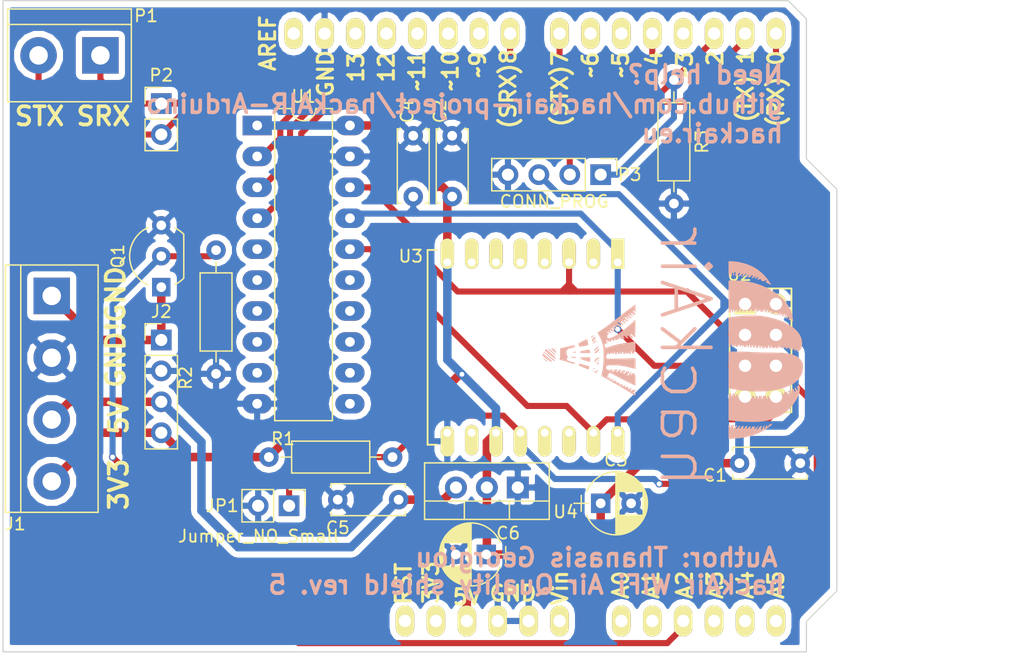
<source format=kicad_pcb>
(kicad_pcb (version 4) (host pcbnew 4.0.6)
  (title_block (title "HackAir Wifi Air Quality Shield for Arduino") (date 2017-04-04) (rev 5) (company "Thanasis Georgiou <contact@thgeorgiou.om>") (comment 1 "Part of the hackAIR project, available freely under the (CC BY 4.0) license.") (comment 3 "kicad0ESP8266 footprints & schematic by Jerry Dunmire, CC BY-SA 4.0") (comment 4 "Arduino Shield footprint by Nicholas C Lewis, CC BY 3.0"))
  (layers (0 F.Cu signal) (31 B.Cu signal) (34 B.Paste user) (35 F.Paste user) (36 B.SilkS user) (37 F.SilkS user) (38 B.Mask user) (39 F.Mask user) (44 Edge.Cuts user))
  (net 0 "")
  (net 1 +3V3)
  (net 2 GND)
  (net 3 /ESP_RST)
  (net 4 +5V)
  (net 5 "Net-(J1-Pad1)")
  (net 6 /SENSOR_RX)
  (net 7 /SENSOR_TX)
  (net 8 /MC_RST)
  (net 9 /MC_TX)
  (net 10 /ESP_TX)
  (net 11 /SW_GND_G)
  (net 12 /ESP_IO_0)
  (net 13 "Net-(SHIELD1-PadAD5)")
  (net 14 "Net-(SHIELD1-PadAD4)")
  (net 15 "Net-(SHIELD1-PadAD3)")
  (net 16 "Net-(SHIELD1-PadAD0)")
  (net 17 "Net-(SHIELD1-PadAD1)")
  (net 18 "Net-(SHIELD1-PadV_IN)")
  (net 19 "Net-(SHIELD1-Pad3V3)")
  (net 20 "Net-(SHIELD1-PadRST)")
  (net 21 "Net-(SHIELD1-Pad3)")
  (net 22 /MC_CS)
  (net 23 "Net-(SHIELD1-Pad5)")
  (net 24 "Net-(SHIELD1-Pad6)")
  (net 25 "Net-(SHIELD1-Pad9)")
  (net 26 "Net-(SHIELD1-Pad10)")
  (net 27 "Net-(SHIELD1-Pad11)")
  (net 28 "Net-(SHIELD1-Pad12)")
  (net 29 "Net-(SHIELD1-Pad13)")
  (net 30 "Net-(SHIELD1-PadAREF)")
  (net 31 "Net-(U1-Pad11)")
  (net 32 "Net-(U1-Pad12)")
  (net 33 "Net-(U1-Pad13)")
  (net 34 "Net-(U1-Pad14)")
  (net 35 "Net-(U1-Pad5)")
  (net 36 "Net-(U1-Pad15)")
  (net 37 "Net-(U1-Pad6)")
  (net 38 /ESP_RX)
  (net 39 "Net-(U1-Pad7)")
  (net 40 "Net-(U1-Pad8)")
  (net 41 /ESP_CS)
  (net 42 "Net-(U1-Pad9)")
  (net 43 "Net-(U3-Pad2)")
  (net 44 "Net-(U3-Pad4)")
  (net 45 "Net-(U3-Pad5)")
  (net 46 "Net-(U3-Pad6)")
  (net 47 "Net-(U3-Pad7)")
  (net 48 "Net-(U3-Pad10)")
  (net 49 "Net-(U3-Pad13)")
  (net 50 "Net-(U3-Pad14)")
  (module Capacitors_THT:C_Disc_D6.0mm_W2.5mm_P5.00mm (layer F.Cu) (at 209 89.5)
    (fp_text reference C1 (at -2 1) (layer F.SilkS))
    (fp_text value 10nF)
    (pad 1 thru_hole circle (at 0 0) (size 1.6 1.6) (drill 0.8) (layers *.Cu *.Mask) (net 1 +3V3))
    (pad 2 thru_hole circle (at 5 0) (size 1.6 1.6) (drill 0.8) (layers *.Cu *.Mask) (net 2 GND))
  )
  (module Capacitors_THT:C_Disc_D6.0mm_W2.5mm_P5.00mm (layer F.Cu) (at 185.4 67.6 90)
    (fp_text reference C2 (at 7 -1 90) (layer F.SilkS))
    (fp_text value 100nF)
    (pad 1 thru_hole circle (at 0 0 90) (size 1.6 1.6) (drill 0.8) (layers *.Cu *.Mask) (net 1 +3V3))
    (pad 2 thru_hole circle (at 5 0 90) (size 1.6 1.6) (drill 0.8) (layers *.Cu *.Mask) (net 2 GND))
  )
  (module Capacitors_THT:CP_Radial_D5.0mm_P2.50mm (layer F.Cu) (at 197.6 92.8)
    (fp_text reference C3 (at 1.25 -3.56) (layer F.SilkS))
    (fp_text value 10uF)
    (pad 1 thru_hole rect (at 0 0) (size 1.6 1.6) (drill 0.8) (layers *.Cu *.Mask) (net 1 +3V3))
    (pad 2 thru_hole circle (at 2.5 0) (size 1.6 1.6) (drill 0.8) (layers *.Cu *.Mask) (net 2 GND))
  )
  (module Capacitors_THT:C_Disc_D6.0mm_W2.5mm_P5.00mm (layer F.Cu) (at 182.2 67.6 90)
    (fp_text reference C4 (at 7 -0.5 90) (layer F.SilkS))
    (fp_text value 10nF)
    (pad 1 thru_hole circle (at 0 0 90) (size 1.6 1.6) (drill 0.8) (layers *.Cu *.Mask) (net 3 /ESP_RST))
    (pad 2 thru_hole circle (at 5 0 90) (size 1.6 1.6) (drill 0.8) (layers *.Cu *.Mask) (net 2 GND))
  )
  (module Capacitors_THT:C_Disc_D6.0mm_W2.5mm_P5.00mm (layer F.Cu) (at 181 92.5 180)
    (fp_text reference C5 (at 5 -2.31 180) (layer F.SilkS))
    (fp_text value 100nF)
    (pad 1 thru_hole circle (at 0 0 180) (size 1.6 1.6) (drill 0.8) (layers *.Cu *.Mask) (net 4 +5V))
    (pad 2 thru_hole circle (at 5 0 180) (size 1.6 1.6) (drill 0.8) (layers *.Cu *.Mask) (net 2 GND))
  )
  (module Capacitors_THT:CP_Radial_D5.0mm_P2.50mm (layer F.Cu) (at 188.2 97 180)
    (fp_text reference C6 (at -1.8 1.75 180) (layer F.SilkS))
    (fp_text value 10uF)
    (pad 1 thru_hole rect (at 0 0 180) (size 1.6 1.6) (drill 0.8) (layers *.Cu *.Mask) (net 1 +3V3))
    (pad 2 thru_hole circle (at 2.5 0 180) (size 1.6 1.6) (drill 0.8) (layers *.Cu *.Mask) (net 2 GND))
  )
  (module Connectors:bornier4 (layer F.Cu) (at 152.5 75.76 270)
    (fp_text reference J1 (at 18.74 3 360) (layer F.SilkS))
    (fp_text value CONN_POWER hide)
    (pad 2 thru_hole circle (at 5.08 0 270) (size 3 3) (drill 1.52) (layers *.Cu *.Mask) (net 2 GND))
    (pad 3 thru_hole circle (at 10.16 0 270) (size 3 3) (drill 1.52) (layers *.Cu *.Mask) (net 4 +5V))
    (pad 1 thru_hole rect (at 0 0 270) (size 3 3) (drill 1.52) (layers *.Cu *.Mask) (net 5 "Net-(J1-Pad1)"))
    (pad 4 thru_hole circle (at 15.24 0 270) (size 3 3) (drill 1.52) (layers *.Cu *.Mask) (net 1 +3V3))
  )
  (module Pin_Headers:Pin_Header_Straight_1x04_Pitch2.54mm (layer F.Cu) (at 161.5 79.38)
    (fp_text reference J2 (at 0 -2.33) (layer F.SilkS))
    (fp_text value CONN_POWER_H hide)
    (pad 1 thru_hole rect (at 0 0) (size 1.7 1.7) (drill 1) (layers *.Cu *.Mask) (net 5 "Net-(J1-Pad1)"))
    (pad 2 thru_hole oval (at 0 2.54) (size 1.7 1.7) (drill 1) (layers *.Cu *.Mask) (net 2 GND))
    (pad 3 thru_hole oval (at 0 5.08) (size 1.7 1.7) (drill 1) (layers *.Cu *.Mask) (net 4 +5V))
    (pad 4 thru_hole oval (at 0 7.62) (size 1.7 1.7) (drill 1) (layers *.Cu *.Mask) (net 1 +3V3))
  )
  (module Connectors:bornier2 (layer F.Cu) (at 156.5 56 180)
    (fp_text reference P1 (at -3.75 3.25 180) (layer F.SilkS))
    (fp_text value CONN_SENSOR_SERIAL hide)
    (pad 1 thru_hole rect (at 0 0 180) (size 3 3) (drill 1.52) (layers *.Cu *.Mask) (net 6 /SENSOR_RX))
    (pad 2 thru_hole circle (at 5.08 0 180) (size 3 3) (drill 1.52) (layers *.Cu *.Mask) (net 7 /SENSOR_TX))
  )
  (module Pin_Headers:Pin_Header_Straight_1x02_Pitch2.54mm (layer F.Cu) (at 161.5 59.96)
    (fp_text reference P2 (at 0 -2.33) (layer F.SilkS))
    (fp_text value CONN_SENSOR_SERIAL_H hide)
    (pad 1 thru_hole rect (at 0 0) (size 1.7 1.7) (drill 1) (layers *.Cu *.Mask) (net 6 /SENSOR_RX))
    (pad 2 thru_hole oval (at 0 2.54) (size 1.7 1.7) (drill 1) (layers *.Cu *.Mask) (net 7 /SENSOR_TX))
  )
  (module Pin_Headers:Pin_Header_Straight_1x04_Pitch2.54mm (layer F.Cu) (at 197.6 65.8 270)
    (fp_text reference P3 (at 0 -2.38 360) (layer F.SilkS))
    (fp_text value CONN_PROG (at 2.2 3.82 360) (layer F.SilkS))
    (pad 1 thru_hole rect (at 0 0 270) (size 1.7 1.7) (drill 1) (layers *.Cu *.Mask) (net 8 /MC_RST))
    (pad 2 thru_hole oval (at 0 2.54 270) (size 1.7 1.7) (drill 1) (layers *.Cu *.Mask) (net 9 /MC_TX))
    (pad 3 thru_hole oval (at 0 5.08 270) (size 1.7 1.7) (drill 1) (layers *.Cu *.Mask) (net 10 /ESP_TX))
    (pad 4 thru_hole oval (at 0 7.62 270) (size 1.7 1.7) (drill 1) (layers *.Cu *.Mask) (net 2 GND))
  )
  (module TO_SOT_Packages_THT:TO-92_Inline_Wide (layer F.Cu) (at 161.5 75.04 90)
    (fp_text reference Q1 (at 2.54 -3.56 270) (layer F.SilkS))
    (fp_text value ZVN4206A)
    (pad 2 thru_hole circle (at 2.54 0 180) (size 1.52 1.52) (drill 0.8) (layers *.Cu *.Mask) (net 11 /SW_GND_G))
    (pad 3 thru_hole circle (at 5.08 0 180) (size 1.52 1.52) (drill 0.8) (layers *.Cu *.Mask) (net 2 GND))
    (pad 1 thru_hole rect (at 0 0 180) (size 1.52 1.52) (drill 0.8) (layers *.Cu *.Mask) (net 5 "Net-(J1-Pad1)"))
  )
  (module Resistors_THT:R_Axial_DIN0207_L6.3mm_D2.5mm_P10.16mm_Horizontal (layer F.Cu) (at 180.5 89 180)
    (fp_text reference R1 (at 9 1.5 180) (layer F.SilkS))
    (fp_text value 1K)
    (pad 1 thru_hole circle (at 0 0 180) (size 1.6 1.6) (drill 0.8) (layers *.Cu *.Mask) (net 12 /ESP_IO_0))
    (pad 2 thru_hole oval (at 10.16 0 180) (size 1.6 1.6) (drill 0.8) (layers *.Cu *.Mask) (net 1 +3V3))
  )
  (module arduino_shields:ARDUINO_SHIELD_2_040pins (layer F.Cu) (at 148.5011 105.0036)
    (fp_text reference SHIELD1 hide)
    (fp_text value ARDUINO_SHIELD hide)
    (pad AD5 thru_hole oval (at 63.5 -2.54 90) (size 2.54 1.524) (drill 1.016) (layers *.Cu *.Mask F.SilkS) (net 13 "Net-(SHIELD1-PadAD5)"))
    (pad AD4 thru_hole oval (at 60.96 -2.54 90) (size 2.54 1.524) (drill 1.016) (layers *.Cu *.Mask F.SilkS) (net 14 "Net-(SHIELD1-PadAD4)"))
    (pad AD3 thru_hole oval (at 58.42 -2.54 90) (size 2.54 1.524) (drill 1.016) (layers *.Cu *.Mask F.SilkS) (net 15 "Net-(SHIELD1-PadAD3)"))
    (pad AD0 thru_hole oval (at 50.8 -2.54 90) (size 2.54 1.524) (drill 1.016) (layers *.Cu *.Mask F.SilkS) (net 16 "Net-(SHIELD1-PadAD0)"))
    (pad AD1 thru_hole oval (at 53.34 -2.54 90) (size 2.54 1.524) (drill 1.016) (layers *.Cu *.Mask F.SilkS) (net 17 "Net-(SHIELD1-PadAD1)"))
    (pad AD2 thru_hole oval (at 55.88 -2.54 90) (size 2.54 1.524) (drill 1.016) (layers *.Cu *.Mask F.SilkS) (net 11 /SW_GND_G))
    (pad V_IN thru_hole oval (at 45.72 -2.54 90) (size 2.54 1.524) (drill 1.016) (layers *.Cu *.Mask F.SilkS) (net 18 "Net-(SHIELD1-PadV_IN)"))
    (pad GND2 thru_hole oval (at 43.18 -2.54 90) (size 2.54 1.524) (drill 1.016) (layers *.Cu *.Mask F.SilkS) (net 2 GND))
    (pad GND1 thru_hole oval (at 40.64 -2.54 90) (size 2.54 1.524) (drill 1.016) (layers *.Cu *.Mask F.SilkS) (net 2 GND))
    (pad 3V3 thru_hole oval (at 35.56 -2.54 90) (size 2.54 1.524) (drill 1.016) (layers *.Cu *.Mask F.SilkS) (net 19 "Net-(SHIELD1-Pad3V3)"))
    (pad RST thru_hole oval (at 33.02 -2.54 90) (size 2.54 1.524) (drill 1.016) (layers *.Cu *.Mask F.SilkS) (net 20 "Net-(SHIELD1-PadRST)"))
    (pad 0 thru_hole oval (at 63.5 -50.8 90) (size 2.54 1.524) (drill 1.016) (layers *.Cu *.Mask F.SilkS) (net 10 /ESP_TX))
    (pad 1 thru_hole oval (at 60.96 -50.8 90) (size 2.54 1.524) (drill 1.016) (layers *.Cu *.Mask F.SilkS) (net 9 /MC_TX))
    (pad 2 thru_hole oval (at 58.42 -50.8 90) (size 2.54 1.524) (drill 1.016) (layers *.Cu *.Mask F.SilkS) (net 8 /MC_RST))
    (pad 3 thru_hole oval (at 55.88 -50.8 90) (size 2.54 1.524) (drill 1.016) (layers *.Cu *.Mask F.SilkS) (net 21 "Net-(SHIELD1-Pad3)"))
    (pad 4 thru_hole oval (at 53.34 -50.8 90) (size 2.54 1.524) (drill 1.016) (layers *.Cu *.Mask F.SilkS) (net 22 /MC_CS))
    (pad 5 thru_hole oval (at 50.8 -50.8 90) (size 2.54 1.524) (drill 1.016) (layers *.Cu *.Mask F.SilkS) (net 23 "Net-(SHIELD1-Pad5)"))
    (pad 6 thru_hole oval (at 48.26 -50.8 90) (size 2.54 1.524) (drill 1.016) (layers *.Cu *.Mask F.SilkS) (net 24 "Net-(SHIELD1-Pad6)"))
    (pad 7 thru_hole oval (at 45.72 -50.8 90) (size 2.54 1.524) (drill 1.016) (layers *.Cu *.Mask F.SilkS) (net 7 /SENSOR_TX))
    (pad 8 thru_hole oval (at 41.656 -50.8 90) (size 2.54 1.524) (drill 1.016) (layers *.Cu *.Mask F.SilkS) (net 6 /SENSOR_RX))
    (pad 9 thru_hole oval (at 39.116 -50.8 90) (size 2.54 1.524) (drill 1.016) (layers *.Cu *.Mask F.SilkS) (net 25 "Net-(SHIELD1-Pad9)"))
    (pad 10 thru_hole oval (at 36.576 -50.8 90) (size 2.54 1.524) (drill 1.016) (layers *.Cu *.Mask F.SilkS) (net 26 "Net-(SHIELD1-Pad10)"))
    (pad 11 thru_hole oval (at 34.036 -50.8 90) (size 2.54 1.524) (drill 1.016) (layers *.Cu *.Mask F.SilkS) (net 27 "Net-(SHIELD1-Pad11)"))
    (pad 12 thru_hole oval (at 31.496 -50.8 90) (size 2.54 1.524) (drill 1.016) (layers *.Cu *.Mask F.SilkS) (net 28 "Net-(SHIELD1-Pad12)"))
    (pad 13 thru_hole oval (at 28.956 -50.8 90) (size 2.54 1.524) (drill 1.016) (layers *.Cu *.Mask F.SilkS) (net 29 "Net-(SHIELD1-Pad13)"))
    (pad GND3 thru_hole oval (at 26.416 -50.8 90) (size 2.54 1.524) (drill 1.016) (layers *.Cu *.Mask F.SilkS) (net 2 GND))
    (pad AREF thru_hole oval (at 23.876 -50.8 90) (size 2.54 1.524) (drill 1.016) (layers *.Cu *.Mask F.SilkS) (net 30 "Net-(SHIELD1-PadAREF)"))
    (pad 5V thru_hole oval (at 38.1 -2.54 90) (size 2.54 1.524) (drill 1.016) (layers *.Cu *.Mask F.SilkS) (net 4 +5V))
  )
  (module Housings_DIP:DIP-20_W7.62mm_LongPads (layer F.Cu) (at 169.38 61.76)
    (fp_text reference U1 (at 3.81 -2.39) (layer F.SilkS))
    (fp_text value SN74LVC245A)
    (pad 1 thru_hole rect (at 0 0) (size 2.4 1.6) (drill 0.8) (layers *.Cu *.Mask) (net 1 +3V3))
    (pad 11 thru_hole oval (at 7.62 22.86) (size 2.4 1.6) (drill 0.8) (layers *.Cu *.Mask) (net 31 "Net-(U1-Pad11)"))
    (pad 2 thru_hole oval (at 0 2.54) (size 2.4 1.6) (drill 0.8) (layers *.Cu *.Mask) (net 22 /MC_CS))
    (pad 12 thru_hole oval (at 7.62 20.32) (size 2.4 1.6) (drill 0.8) (layers *.Cu *.Mask) (net 32 "Net-(U1-Pad12)"))
    (pad 3 thru_hole oval (at 0 5.08) (size 2.4 1.6) (drill 0.8) (layers *.Cu *.Mask) (net 8 /MC_RST))
    (pad 13 thru_hole oval (at 7.62 17.78) (size 2.4 1.6) (drill 0.8) (layers *.Cu *.Mask) (net 33 "Net-(U1-Pad13)"))
    (pad 4 thru_hole oval (at 0 7.62) (size 2.4 1.6) (drill 0.8) (layers *.Cu *.Mask) (net 9 /MC_TX))
    (pad 14 thru_hole oval (at 7.62 15.24) (size 2.4 1.6) (drill 0.8) (layers *.Cu *.Mask) (net 34 "Net-(U1-Pad14)"))
    (pad 5 thru_hole oval (at 0 10.16) (size 2.4 1.6) (drill 0.8) (layers *.Cu *.Mask) (net 35 "Net-(U1-Pad5)"))
    (pad 15 thru_hole oval (at 7.62 12.7) (size 2.4 1.6) (drill 0.8) (layers *.Cu *.Mask) (net 36 "Net-(U1-Pad15)"))
    (pad 6 thru_hole oval (at 0 12.7) (size 2.4 1.6) (drill 0.8) (layers *.Cu *.Mask) (net 37 "Net-(U1-Pad6)"))
    (pad 16 thru_hole oval (at 7.62 10.16) (size 2.4 1.6) (drill 0.8) (layers *.Cu *.Mask) (net 38 /ESP_RX))
    (pad 7 thru_hole oval (at 0 15.24) (size 2.4 1.6) (drill 0.8) (layers *.Cu *.Mask) (net 39 "Net-(U1-Pad7)"))
    (pad 17 thru_hole oval (at 7.62 7.62) (size 2.4 1.6) (drill 0.8) (layers *.Cu *.Mask) (net 3 /ESP_RST))
    (pad 8 thru_hole oval (at 0 17.78) (size 2.4 1.6) (drill 0.8) (layers *.Cu *.Mask) (net 40 "Net-(U1-Pad8)"))
    (pad 18 thru_hole oval (at 7.62 5.08) (size 2.4 1.6) (drill 0.8) (layers *.Cu *.Mask) (net 41 /ESP_CS))
    (pad 9 thru_hole oval (at 0 20.32) (size 2.4 1.6) (drill 0.8) (layers *.Cu *.Mask) (net 42 "Net-(U1-Pad9)"))
    (pad 19 thru_hole oval (at 7.62 2.54) (size 2.4 1.6) (drill 0.8) (layers *.Cu *.Mask) (net 2 GND))
    (pad 10 thru_hole oval (at 0 22.86) (size 2.4 1.6) (drill 0.8) (layers *.Cu *.Mask) (net 2 GND))
    (pad 20 thru_hole oval (at 7.62 0) (size 2.4 1.6) (drill 0.8) (layers *.Cu *.Mask) (net 1 +3V3))
  )
  (module ESP8266:ESP-01 (layer F.Cu) (at 209.46 76.42)
    (fp_text reference U2 (at -0.46 -2.42) (layer F.SilkS))
    (fp_text value ESP-01v090)
    (pad 1 thru_hole rect (at 0 0) (size 1.7272 1.7272) (drill 1.016) (layers *.Cu *.Mask F.SilkS) (net 10 /ESP_TX))
    (pad 2 thru_hole oval (at 2.54 0) (size 1.7272 1.7272) (drill 1.016) (layers *.Cu *.Mask F.SilkS) (net 2 GND))
    (pad 3 thru_hole oval (at 0 2.54) (size 1.7272 1.7272) (drill 1.016) (layers *.Cu *.Mask F.SilkS) (net 41 /ESP_CS))
    (pad 4 thru_hole oval (at 2.54 2.54) (size 1.7272 1.7272) (drill 1.016) (layers *.Cu *.Mask F.SilkS) (net 1 +3V3))
    (pad 5 thru_hole oval (at 0 5.08) (size 1.7272 1.7272) (drill 1.016) (layers *.Cu *.Mask F.SilkS) (net 3 /ESP_RST))
    (pad 6 thru_hole oval (at 2.54 5.08) (size 1.7272 1.7272) (drill 1.016) (layers *.Cu *.Mask F.SilkS) (net 12 /ESP_IO_0))
    (pad 7 thru_hole oval (at 0 7.62) (size 1.7272 1.7272) (drill 1.016) (layers *.Cu *.Mask F.SilkS) (net 1 +3V3))
    (pad 8 thru_hole oval (at 2.54 7.62) (size 1.7272 1.7272) (drill 1.016) (layers *.Cu *.Mask F.SilkS) (net 38 /ESP_RX))
  )
  (module ESP8266:ESP-12 (layer F.Cu) (at 199 73 270)
    (fp_text reference U3 (at -0.5 17 360) (layer F.SilkS))
    (fp_text value ESP-12)
    (pad 1 thru_hole rect (at 0 0 270) (size 2.5 1.1) (drill 0.65 (offset -0.7 0)) (layers *.Cu *.Mask F.SilkS) (net 3 /ESP_RST))
    (pad 2 thru_hole oval (at 0 2 270) (size 2.5 1.1) (drill 0.65 (offset -0.7 0)) (layers *.Cu *.Mask F.SilkS) (net 43 "Net-(U3-Pad2)"))
    (pad 3 thru_hole oval (at 0 4 270) (size 2.5 1.1) (drill 0.65 (offset -0.7 0)) (layers *.Cu *.Mask F.SilkS) (net 41 /ESP_CS))
    (pad 4 thru_hole oval (at 0 6 270) (size 2.5 1.1) (drill 0.65 (offset -0.7 0)) (layers *.Cu *.Mask F.SilkS) (net 44 "Net-(U3-Pad4)"))
    (pad 5 thru_hole oval (at 0 8 270) (size 2.5 1.1) (drill 0.65 (offset -0.7 0)) (layers *.Cu *.Mask F.SilkS) (net 45 "Net-(U3-Pad5)"))
    (pad 6 thru_hole oval (at 0 10 270) (size 2.5 1.1) (drill 0.65 (offset -0.7 0)) (layers *.Cu *.Mask F.SilkS) (net 46 "Net-(U3-Pad6)"))
    (pad 7 thru_hole oval (at 0 12 270) (size 2.5 1.1) (drill 0.65 (offset -0.7 0)) (layers *.Cu *.Mask F.SilkS) (net 47 "Net-(U3-Pad7)"))
    (pad 8 thru_hole oval (at 0 14 270) (size 2.5 1.1) (drill 0.65 (offset -0.7 0)) (layers *.Cu *.Mask F.SilkS) (net 1 +3V3))
    (pad 9 thru_hole oval (at 14 14 270) (size 2.5 1.1) (drill 0.65 (offset 0.7 0)) (layers *.Cu *.Mask F.SilkS) (net 2 GND))
    (pad 10 thru_hole oval (at 14 12 270) (size 2.5 1.1) (drill 0.65 (offset 0.6 0)) (layers *.Cu *.Mask F.SilkS) (net 48 "Net-(U3-Pad10)"))
    (pad 11 thru_hole oval (at 14 10 270) (size 2.5 1.1) (drill 0.65 (offset 0.7 0)) (layers *.Cu *.Mask F.SilkS) (net 1 +3V3))
    (pad 12 thru_hole oval (at 14 8 270) (size 2.5 1.1) (drill 0.65 (offset 0.7 0)) (layers *.Cu *.Mask F.SilkS) (net 12 /ESP_IO_0))
    (pad 13 thru_hole oval (at 14 6 270) (size 2.5 1.1) (drill 0.65 (offset 0.7 0)) (layers *.Cu *.Mask F.SilkS) (net 49 "Net-(U3-Pad13)"))
    (pad 14 thru_hole oval (at 14 4 270) (size 2.5 1.1) (drill 0.65 (offset 0.7 0)) (layers *.Cu *.Mask F.SilkS) (net 50 "Net-(U3-Pad14)"))
    (pad 15 thru_hole oval (at 14 2 270) (size 2.5 1.1) (drill 0.65 (offset 0.7 0)) (layers *.Cu *.Mask F.SilkS) (net 38 /ESP_RX))
    (pad 16 thru_hole oval (at 14 0 270) (size 2.5 1.1) (drill 0.65 (offset 0.7 0)) (layers *.Cu *.Mask F.SilkS) (net 10 /ESP_TX))
  )
  (module TO_SOT_Packages_THT:TO-220_Vertical (layer F.Cu) (at 190.79 91.5 180)
    (fp_text reference U4 (at -3.92 -2 180) (layer F.SilkS))
    (fp_text value LD1117S33CTR)
    (pad 1 thru_hole rect (at 0 0 180) (size 1.8 1.8) (drill 1) (layers *.Cu *.Mask) (net 2 GND))
    (pad 2 thru_hole oval (at 2.54 0 180) (size 1.8 1.8) (drill 1) (layers *.Cu *.Mask) (net 1 +3V3))
    (pad 3 thru_hole oval (at 5.08 0 180) (size 1.8 1.8) (drill 1) (layers *.Cu *.Mask) (net 4 +5V))
  )
  (module Pin_Headers:Pin_Header_Straight_1x02_Pitch2.54mm (layer F.Cu) (at 172 93 270)
    (fp_text reference JP1 (at 0 5.5 540) (layer F.SilkS))
    (fp_text value Jumper_NO_Small (at 2.5 2.5 360) (layer F.SilkS))
    (pad 1 thru_hole rect (at 0 0 270) (size 1.7 1.7) (drill 1) (layers *.Cu *.Mask) (net 12 /ESP_IO_0))
    (pad 2 thru_hole oval (at 0 2.54 270) (size 1.7 1.7) (drill 1) (layers *.Cu *.Mask) (net 2 GND))
  )
  (module Resistors_THT:R_Axial_DIN0207_L6.3mm_D2.5mm_P10.16mm_Horizontal (layer F.Cu) (at 166 72 270)
    (fp_text reference R2 (at 10.5 2.5 270) (layer F.SilkS))
    (fp_text value 100K)
    (pad 1 thru_hole circle (at 0 0 270) (size 1.6 1.6) (drill 0.8) (layers *.Cu *.Mask) (net 11 /SW_GND_G))
    (pad 2 thru_hole oval (at 10.16 0 270) (size 1.6 1.6) (drill 0.8) (layers *.Cu *.Mask) (net 2 GND))
  )
  (module lib:logo (layer B.Cu) (at 203.25 80.25 90)
    (fp_text reference G*** hide)
    (fp_text value LOGO hide)
  )
  (module Resistors_THT:R_Axial_DIN0207_L6.3mm_D2.5mm_P10.16mm_Horizontal (layer F.Cu) (at 203.615795 58.015795 270)
    (fp_text reference R3 (at 5.08 -2.31 270) (layer F.SilkS))
    (fp_text value 10k)
    (pad 1 thru_hole circle (at 0 0 270) (size 1.6 1.6) (drill 0.8) (layers *.Cu *.Mask) (net 8 /MC_RST))
    (pad 2 thru_hole oval (at 10.16 0 270) (size 1.6 1.6) (drill 0.8) (layers *.Cu *.Mask) (net 2 GND))
  )
  (gr_text "Need help?\ngithub.com/hackair-project/hackAIR-Arduino\nhackair.eu" (at 212.75 60) (layer B.SilkS) (effects (font (size 1.5 1.5) (thickness 0.3)) (justify left mirror)))
  (gr_text "Author: Thanasis Georgiou" (at 197.25 97.25) (layer B.SilkS) (effects (font (size 1.5 1.5) (thickness 0.3)) (justify mirror)))
  (gr_text "hackAir WiFi Air Quality shield rev. 5" (at 191.5 99.5) (layer B.SilkS) (effects (font (size 1.5 1.5) (thickness 0.3)) (justify mirror)))
  (gr_text hackAir (at 204.5 80.75 270) (layer B.SilkS) (effects (font (size 4 4) (thickness 0.3)) (justify mirror)))
  (gr_text RST (at 181.4 99.4 90) (layer F.SilkS) (effects (font (size 1.25 1.25) (thickness 0.25))))
  (gr_text 3V3 (at 183.65 99.3 90) (layer F.SilkS) (effects (font (size 1.25 1.25) (thickness 0.25))))
  (gr_text 5V (at 186.6 100.5) (layer F.SilkS) (effects (font (size 1.25 1.25) (thickness 0.25))))
  (gr_text GND (at 190.4 100.2) (layer F.SilkS) (effects (font (size 1.25 1.25) (thickness 0.25))))
  (gr_text Vin (at 194.25 99.75 90) (layer F.SilkS) (effects (font (size 1.25 1.25) (thickness 0.25))))
  (gr_text A0 (at 199.25 99.5 90) (layer F.SilkS) (effects (font (size 1.25 1.25) (thickness 0.25))))
  (gr_text A1 (at 201.75 99.5 90) (layer F.SilkS) (effects (font (size 1.25 1.25) (thickness 0.25))))
  (gr_text A2 (at 204.5 99.5 90) (layer F.SilkS) (effects (font (size 1.25 1.25) (thickness 0.25))))
  (gr_text A3 (at 207 99.5 90) (layer F.SilkS) (effects (font (size 1.25 1.25) (thickness 0.25))))
  (gr_text A4 (at 209.5 99.5 90) (layer F.SilkS) (effects (font (size 1.25 1.25) (thickness 0.25))))
  (gr_text A5 (at 212 99.5 90) (layer F.SilkS) (effects (font (size 1.25 1.25) (thickness 0.25))))
  (gr_text AREF (at 170.25 55 90) (layer F.SilkS) (effects (font (size 1.25 1.25) (thickness 0.25))))
  (gr_text GND (at 175 57.5 90) (layer F.SilkS) (effects (font (size 1.25 1.25) (thickness 0.25))))
  (gr_text 13 (at 177.5 57 90) (layer F.SilkS) (effects (font (size 1.25 1.25) (thickness 0.25))))
  (gr_text 12 (at 180 57 90) (layer F.SilkS) (effects (font (size 1.25 1.25) (thickness 0.25))))
  (gr_text ~~11 (at 182.5 57.25 90) (layer F.SilkS) (effects (font (size 1.25 1.25) (thickness 0.25))))
  (gr_text ~~10 (at 185.25 57.25 90) (layer F.SilkS) (effects (font (size 1.25 1.25) (thickness 0.25))))
  (gr_text ~~9 (at 187.5 56.75 90) (layer F.SilkS) (effects (font (size 1.25 1.25) (thickness 0.25))))
  (gr_text "(SRX)8" (at 190 58.75 90) (layer F.SilkS) (effects (font (size 1.25 1.25) (thickness 0.25))))
  (gr_text "(STX)7" (at 194.25 58.75 90) (layer F.SilkS) (effects (font (size 1.25 1.25) (thickness 0.25))))
  (gr_text ~~6 (at 196.75 56.75 90) (layer F.SilkS) (effects (font (size 1.25 1.25) (thickness 0.25))))
  (gr_text ~~5 (at 199.25 56.75 90) (layer F.SilkS) (effects (font (size 1.25 1.25) (thickness 0.25))))
  (gr_text 4 (at 202 56.25 90) (layer F.SilkS) (effects (font (size 1.25 1.25) (thickness 0.25))))
  (gr_text ~~3 (at 204.5 56.75 90) (layer F.SilkS) (effects (font (size 1.25 1.25) (thickness 0.25))))
  (gr_text 2 (at 207 56.25 90) (layer F.SilkS) (effects (font (size 1.25 1.25) (thickness 0.25))))
  (gr_text "(TX) 1" (at 209.5 58.5 90) (layer F.SilkS) (effects (font (size 1.25 1.25) (thickness 0.25))))
  (gr_text "(RX) 0" (at 212 58.75 90) (layer F.SilkS) (effects (font (size 1.25 1.25) (thickness 0.25))))
  (gr_text 3V3 (at 158 91.25 90) (layer F.SilkS) (effects (font (size 1.5 1.5) (thickness 0.3))))
  (gr_text 5V (at 158 85.75 90) (layer F.SilkS) (effects (font (size 1.5 1.5) (thickness 0.3))))
  (gr_text GND (at 157.75 81 90) (layer F.SilkS) (effects (font (size 1.5 1.5) (thickness 0.3))))
  (gr_text !GND (at 157.75 76 90) (layer F.SilkS) (effects (font (size 1.5 1.5) (thickness 0.3))))
  (gr_text SRX (at 156.75 61) (layer F.SilkS) (effects (font (size 1.5 1.5) (thickness 0.3))))
  (gr_text STX (at 151.5 61) (layer F.SilkS) (effects (font (size 1.5 1.5) (thickness 0.3))))
  (gr_line (start 148.5 105) (end 148.5 51.5) (layer Edge.Cuts) (width 0.1))
  (gr_line (start 214.5 105) (end 148.5 105) (layer Edge.Cuts) (width 0.1))
  (gr_line (start 214.5 102.5) (end 214.5 105) (layer Edge.Cuts) (width 0.1))
  (gr_line (start 217 100) (end 214.5 102.5) (layer Edge.Cuts) (width 0.1))
  (gr_line (start 217 67) (end 217 100) (layer Edge.Cuts) (width 0.1))
  (gr_line (start 214.5 64.5) (end 217 67) (layer Edge.Cuts) (width 0.1))
  (gr_line (start 214.5 53) (end 214.5 64.5) (layer Edge.Cuts) (width 0.1))
  (gr_line (start 213 51.5) (end 214.5 53) (layer Edge.Cuts) (width 0.1))
  (gr_line (start 148.5 51.5) (end 213 51.5) (layer Edge.Cuts) (width 0.1))
  (segment (start 185 73) (end 185 68) (width 0.7) (layer F.Cu) (net 1))
  (segment (start 185 68) (end 185.4 67.6) (width 0.7) (layer F.Cu) (net 1))
  (segment (start 177 61.76) (end 178.9 61.76) (width 0.7) (layer F.Cu) (net 1))
  (segment (start 183.940001 66.800001) (end 184.600001 66.800001) (width 0.7) (layer F.Cu) (net 1))
  (segment (start 178.9 61.76) (end 183.940001 66.800001) (width 0.7) (layer F.Cu) (net 1))
  (segment (start 184.600001 66.800001) (end 185.4 67.6) (width 0.7) (layer F.Cu) (net 1))
  (segment (start 161.5 87) (end 163.5 89) (width 0.7) (layer F.Cu) (net 1))
  (segment (start 163.5 89) (end 170.34 89) (width 0.7) (layer F.Cu) (net 1))
  (segment (start 152.5 91) (end 156.5 87) (width 0.7) (layer F.Cu) (net 1))
  (segment (start 156.5 87) (end 160 87) (width 0.7) (layer F.Cu) (net 1))
  (segment (start 160 87) (end 161.5 87) (width 0.7) (layer F.Cu) (net 1))
  (segment (start 185 81) (end 186.2 82.2) (width 0.7) (layer B.Cu) (net 1))
  (segment (start 172.14 87.2) (end 181.027194 87.2) (width 0.7) (layer F.Cu) (net 1))
  (via (at 186.2 82.2) (size 0.6) (drill 0.4) (layers F.Cu B.Cu) (net 1))
  (segment (start 186.2 82.2) (end 189 85) (width 0.7) (layer B.Cu) (net 1))
  (segment (start 181.027194 87.2) (end 186.027194 82.2) (width 0.7) (layer F.Cu) (net 1))
  (segment (start 186.027194 82.2) (end 186.2 82.2) (width 0.7) (layer F.Cu) (net 1))
  (segment (start 170.34 89) (end 172.14 87.2) (width 0.7) (layer F.Cu) (net 1))
  (segment (start 209 86.4) (end 212.713601 86.4) (width 0.7) (layer B.Cu) (net 1))
  (segment (start 212.713601 86.4) (end 213.513601 85.6) (width 0.7) (layer B.Cu) (net 1))
  (segment (start 213.513601 85.6) (end 213.513601 80.473601) (width 0.7) (layer B.Cu) (net 1))
  (segment (start 213.513601 80.473601) (end 212.863599 79.823599) (width 0.7) (layer B.Cu) (net 1))
  (segment (start 212.863599 79.823599) (end 212 78.96) (width 0.7) (layer B.Cu) (net 1))
  (segment (start 209 86.4) (end 209 84.5) (width 0.7) (layer B.Cu) (net 1))
  (segment (start 209 89.5) (end 209 86.4) (width 0.7) (layer B.Cu) (net 1))
  (segment (start 209 84.5) (end 209.46 84.04) (width 0.7) (layer B.Cu) (net 1))
  (segment (start 189 85) (end 189 87) (width 0.7) (layer B.Cu) (net 1))
  (segment (start 185 73) (end 185 81) (width 0.7) (layer B.Cu) (net 1))
  (segment (start 188.25 91.5) (end 188.25 87.75) (width 0.7) (layer F.Cu) (net 1))
  (segment (start 188.25 87.75) (end 189 87) (width 0.7) (layer F.Cu) (net 1))
  (segment (start 177 61.76) (end 169.38 61.76) (width 0.7) (layer B.Cu) (net 1))
  (segment (start 197.6 92.8) (end 200.9 89.5) (width 0.7) (layer F.Cu) (net 1))
  (segment (start 200.9 89.5) (end 209 89.5) (width 0.7) (layer F.Cu) (net 1))
  (segment (start 188.2 97) (end 194.9 97) (width 0.7) (layer F.Cu) (net 1))
  (segment (start 194.9 97) (end 197.6 94.3) (width 0.7) (layer F.Cu) (net 1))
  (segment (start 197.6 94.3) (end 197.6 92.8) (width 0.7) (layer F.Cu) (net 1))
  (segment (start 188.25 91.5) (end 188.25 96.95) (width 0.7) (layer F.Cu) (net 1))
  (segment (start 188.25 96.95) (end 188.2 97) (width 0.7) (layer F.Cu) (net 1))
  (segment (start 188.439999 87.560001) (end 189 87) (width 0.5) (layer F.Cu) (net 1))
  (segment (start 199 73) (end 199 72.044351) (width 0.5) (layer B.Cu) (net 3))
  (segment (start 199 72.044351) (end 195.955649 69) (width 0.5) (layer B.Cu) (net 3))
  (segment (start 195.955649 69) (end 186.6 69) (width 0.5) (layer B.Cu) (net 3))
  (segment (start 182.2 69) (end 181.8 69) (width 0.5) (layer B.Cu) (net 3))
  (segment (start 181.8 69) (end 177.38 69) (width 0.5) (layer B.Cu) (net 3))
  (segment (start 182.2 68.73137) (end 182.06863 68.73137) (width 0.5) (layer B.Cu) (net 3))
  (segment (start 182.06863 68.73137) (end 181.8 69) (width 0.5) (layer B.Cu) (net 3))
  (segment (start 186.6 69) (end 182.6 69) (width 0.5) (layer B.Cu) (net 3))
  (segment (start 182.6 69) (end 182.2 69) (width 0.5) (layer B.Cu) (net 3))
  (segment (start 182.2 68.73137) (end 182.33137 68.73137) (width 0.5) (layer B.Cu) (net 3))
  (segment (start 182.33137 68.73137) (end 182.6 69) (width 0.5) (layer B.Cu) (net 3))
  (segment (start 182.2 67.6) (end 182.2 68.73137) (width 0.5) (layer B.Cu) (net 3))
  (segment (start 182.2 68.73137) (end 182.2 69) (width 0.5) (layer B.Cu) (net 3))
  (segment (start 199 78.5) (end 199 73) (width 0.5) (layer B.Cu) (net 3))
  (segment (start 209.46 81.5) (end 202 81.5) (width 0.5) (layer F.Cu) (net 3))
  (segment (start 202 81.5) (end 199 78.5) (width 0.5) (layer F.Cu) (net 3))
  (via (at 199 78.5) (size 0.6) (drill 0.4) (layers F.Cu B.Cu) (net 3))
  (segment (start 177.38 69) (end 177 69.38) (width 0.5) (layer B.Cu) (net 3))
  (segment (start 199 73) (end 199 71.5) (width 0.5) (layer F.Cu) (net 3))
  (segment (start 181 92.5) (end 177.1 96.4) (width 0.7) (layer B.Cu) (net 4))
  (segment (start 177.1 96.4) (end 167.8 96.4) (width 0.7) (layer B.Cu) (net 4))
  (segment (start 167.8 96.4) (end 164.8 93.4) (width 0.7) (layer B.Cu) (net 4))
  (segment (start 164.8 93.4) (end 164.8 87.76) (width 0.7) (layer B.Cu) (net 4))
  (segment (start 164.8 87.76) (end 161.5 84.46) (width 0.7) (layer B.Cu) (net 4))
  (segment (start 160 84.46) (end 161.5 84.46) (width 0.7) (layer F.Cu) (net 4))
  (segment (start 183.6 92.5) (end 184.71 92.5) (width 0.7) (layer F.Cu) (net 4))
  (segment (start 181 92.5) (end 183.6 92.5) (width 0.7) (layer F.Cu) (net 4))
  (segment (start 183.789998 92.5) (end 184.249999 92.960001) (width 0.7) (layer F.Cu) (net 4))
  (segment (start 183.6 92.5) (end 183.789998 92.5) (width 0.7) (layer F.Cu) (net 4))
  (segment (start 184.71 92.5) (end 185.71 91.5) (width 0.7) (layer F.Cu) (net 4))
  (segment (start 186.6011 102.4636) (end 186.6011 100.4936) (width 0.7) (layer F.Cu) (net 4))
  (segment (start 186.6011 100.4936) (end 184.249999 98.142499) (width 0.7) (layer F.Cu) (net 4))
  (segment (start 184.249999 98.142499) (end 184.249999 92.960001) (width 0.7) (layer F.Cu) (net 4))
  (segment (start 184.249999 92.960001) (end 184.810001 92.399999) (width 0.7) (layer F.Cu) (net 4))
  (segment (start 184.810001 92.399999) (end 185.71 91.5) (width 0.7) (layer F.Cu) (net 4))
  (segment (start 160 84.46) (end 153.96 84.46) (width 0.7) (layer F.Cu) (net 4))
  (segment (start 153.96 84.46) (end 152.5 85.92) (width 0.7) (layer F.Cu) (net 4))
  (segment (start 160 79.38) (end 161.5 79.38) (width 0.7) (layer F.Cu) (net 5))
  (segment (start 161.5 76.3) (end 161.5 79.38) (width 0.7) (layer F.Cu) (net 5))
  (segment (start 161.5 75.04) (end 161.5 76.33) (width 0.7) (layer F.Cu) (net 5))
  (segment (start 161.5 76.33) (end 161.5 76.3) (width 0.7) (layer F.Cu) (net 5))
  (segment (start 160 79.38) (end 156.12 79.38) (width 0.7) (layer F.Cu) (net 5))
  (segment (start 156.12 79.38) (end 152.5 75.76) (width 0.7) (layer F.Cu) (net 5))
  (segment (start 161.5 75.04) (end 161.5 76.3) (width 0.5) (layer F.Cu) (net 5))
  (segment (start 190.1571 54.2036) (end 190.1571 56.2429) (width 0.5) (layer F.Cu) (net 6))
  (segment (start 190.1571 56.2429) (end 189.8 56.6) (width 0.5) (layer F.Cu) (net 6))
  (segment (start 166.21 56.6) (end 162.85 59.96) (width 0.5) (layer F.Cu) (net 6))
  (segment (start 189.8 56.6) (end 166.21 56.6) (width 0.5) (layer F.Cu) (net 6))
  (segment (start 162.85 59.96) (end 161.5 59.96) (width 0.5) (layer F.Cu) (net 6))
  (segment (start 156.5 56) (end 156.5 58) (width 0.5) (layer F.Cu) (net 6))
  (segment (start 156.5 58) (end 158.46 59.96) (width 0.5) (layer F.Cu) (net 6))
  (segment (start 158.46 59.96) (end 160.15 59.96) (width 0.5) (layer F.Cu) (net 6))
  (segment (start 160.15 59.96) (end 161.5 59.96) (width 0.5) (layer F.Cu) (net 6))
  (segment (start 194.2211 54.2036) (end 194.2211 55.9736) (width 0.5) (layer F.Cu) (net 7))
  (segment (start 194.2211 55.9736) (end 192.79469 57.40001) (width 0.5) (layer F.Cu) (net 7))
  (segment (start 192.79469 57.40001) (end 166.59999 57.40001) (width 0.5) (layer F.Cu) (net 7))
  (segment (start 166.59999 57.40001) (end 161.5 62.5) (width 0.5) (layer F.Cu) (net 7))
  (segment (start 151.42 56) (end 151.42 58.12132) (width 0.5) (layer F.Cu) (net 7))
  (segment (start 151.42 58.12132) (end 155.79868 62.5) (width 0.5) (layer F.Cu) (net 7))
  (segment (start 155.79868 62.5) (end 161.5 62.5) (width 0.5) (layer F.Cu) (net 7))
  (segment (start 203.615795 58.015795) (end 203.615795 61.134205) (width 0.5) (layer B.Cu) (net 8))
  (segment (start 203.615795 61.134205) (end 198.95 65.8) (width 0.5) (layer B.Cu) (net 8))
  (segment (start 198.95 65.8) (end 197.6 65.8) (width 0.5) (layer B.Cu) (net 8))
  (segment (start 175.131354 59.00003) (end 202.63156 59.00003) (width 0.5) (layer F.Cu) (net 8))
  (segment (start 202.63156 59.00003) (end 203.615795 58.015795) (width 0.5) (layer F.Cu) (net 8))
  (segment (start 206.9211 54.2036) (end 206.9211 54.7116) (width 0.5) (layer F.Cu) (net 8))
  (segment (start 206.9211 54.7116) (end 203.616905 58.015795) (width 0.5) (layer F.Cu) (net 8))
  (segment (start 203.616905 58.015795) (end 203.615795 58.015795) (width 0.5) (layer F.Cu) (net 8))
  (segment (start 175.131354 59.00003) (end 172.08001 62.051374) (width 0.5) (layer F.Cu) (net 8))
  (segment (start 172.08001 62.051374) (end 172.08001 64.53999) (width 0.5) (layer F.Cu) (net 8))
  (segment (start 172.08001 64.53999) (end 169.78 66.84) (width 0.5) (layer F.Cu) (net 8))
  (segment (start 169.78 66.84) (end 169.38 66.84) (width 0.5) (layer F.Cu) (net 8))
  (segment (start 169.38 66.609202) (end 169.38 66.84) (width 0.5) (layer F.Cu) (net 8))
  (segment (start 195.4 59.80004) (end 199.6 59.80004) (width 0.5) (layer F.Cu) (net 9))
  (segment (start 195.06 60.14004) (end 194.94 60.14004) (width 0.5) (layer F.Cu) (net 9))
  (segment (start 194.94 60.14004) (end 194.6 59.80004) (width 0.5) (layer F.Cu) (net 9))
  (segment (start 195.06 65.8) (end 195.06 60.14004) (width 0.5) (layer F.Cu) (net 9))
  (segment (start 195.06 60.14004) (end 195.4 59.80004) (width 0.5) (layer F.Cu) (net 9))
  (segment (start 175.59996 59.80004) (end 189.8 59.80004) (width 0.5) (layer F.Cu) (net 9))
  (segment (start 189.8 59.80004) (end 190.2 59.80004) (width 0.5) (layer F.Cu) (net 9))
  (segment (start 190.2 59.80004) (end 190.8 59.80004) (width 0.5) (layer F.Cu) (net 9))
  (segment (start 190.8 59.80004) (end 194.6 59.80004) (width 0.5) (layer F.Cu) (net 9))
  (segment (start 190.28 59.88004) (end 190.2 59.80004) (width 0.5) (layer F.Cu) (net 9))
  (segment (start 194.6 59.80004) (end 195 59.80004) (width 0.5) (layer F.Cu) (net 9))
  (segment (start 195 59.80004) (end 195.4 59.80004) (width 0.5) (layer F.Cu) (net 9))
  (segment (start 199.6 59.80004) (end 200.4 59.80004) (width 0.5) (layer F.Cu) (net 9))
  (segment (start 199.6 59.80004) (end 199.74004 59.80004) (width 0.5) (layer F.Cu) (net 9))
  (segment (start 200.4 59.80004) (end 204.37266 59.80004) (width 0.5) (layer F.Cu) (net 9))
  (segment (start 169.38 69.38) (end 169.78 69.38) (width 0.5) (layer F.Cu) (net 9))
  (segment (start 169.78 69.38) (end 173 66.16) (width 0.5) (layer F.Cu) (net 9))
  (segment (start 173 66.16) (end 173 62.4) (width 0.5) (layer F.Cu) (net 9))
  (segment (start 173 62.4) (end 175.59996 59.80004) (width 0.5) (layer F.Cu) (net 9))
  (segment (start 204.37266 59.80004) (end 209.4611 54.7116) (width 0.5) (layer F.Cu) (net 9))
  (segment (start 209.4611 54.7116) (end 209.4611 54.2036) (width 0.5) (layer F.Cu) (net 9))
  (segment (start 199.0764 67.4) (end 202.176399 70.499999) (width 0.5) (layer B.Cu) (net 10))
  (segment (start 192.52 65.8) (end 194.12 67.4) (width 0.5) (layer B.Cu) (net 10))
  (segment (start 194.12 67.4) (end 199.0764 67.4) (width 0.5) (layer B.Cu) (net 10))
  (segment (start 207.6764 76) (end 202.176399 70.499999) (width 0.5) (layer B.Cu) (net 10))
  (segment (start 207.6764 76) (end 208.0964 76.42) (width 0.5) (layer B.Cu) (net 10))
  (segment (start 199 85.5164) (end 207.5164 77) (width 0.5) (layer B.Cu) (net 10))
  (segment (start 207.5164 77) (end 208.0964 76.42) (width 0.5) (layer B.Cu) (net 10))
  (segment (start 207.6764 76) (end 207.6764 76.84) (width 0.5) (layer B.Cu) (net 10))
  (segment (start 207.6764 76.84) (end 207.5164 77) (width 0.5) (layer B.Cu) (net 10))
  (segment (start 199 87) (end 199 85.5164) (width 0.5) (layer B.Cu) (net 10))
  (segment (start 208.0964 76.42) (end 209.46 76.42) (width 0.5) (layer B.Cu) (net 10))
  (segment (start 212.0011 54.2036) (end 212.0011 73.8789) (width 0.5) (layer F.Cu) (net 10))
  (segment (start 212.0011 73.8789) (end 209.46 76.42) (width 0.5) (layer F.Cu) (net 10))
  (segment (start 161.5 72.5) (end 165.5 72.5) (width 0.5) (layer F.Cu) (net 11))
  (segment (start 165.5 72.5) (end 166 72) (width 0.5) (layer F.Cu) (net 11))
  (segment (start 157.5 76.5) (end 160.270001 73.729999) (width 0.5) (layer B.Cu) (net 11))
  (segment (start 160.270001 73.729999) (end 161.5 72.5) (width 0.5) (layer B.Cu) (net 11))
  (segment (start 157.5 89) (end 157.5 76.5) (width 0.5) (layer B.Cu) (net 11))
  (segment (start 204.3811 102.4636) (end 204.3811 102.9716) (width 0.5) (layer F.Cu) (net 11))
  (segment (start 204.3811 102.9716) (end 203.06909 104.28361) (width 0.5) (layer F.Cu) (net 11))
  (segment (start 203.06909 104.28361) (end 172.78361 104.28361) (width 0.5) (layer F.Cu) (net 11))
  (segment (start 172.78361 104.28361) (end 157.5 89) (width 0.5) (layer F.Cu) (net 11))
  (via (at 157.5 89) (size 0.6) (drill 0.4) (layers F.Cu B.Cu) (net 11))
  (segment (start 202.4 91.2) (end 214.8 91.2) (width 0.5) (layer F.Cu) (net 12))
  (segment (start 214.8 91.2) (end 215.350001 90.649999) (width 0.5) (layer F.Cu) (net 12))
  (segment (start 215.350001 90.649999) (end 215.350001 84.850001) (width 0.5) (layer F.Cu) (net 12))
  (segment (start 215.350001 84.850001) (end 212.863599 82.363599) (width 0.5) (layer F.Cu) (net 12))
  (segment (start 212.863599 82.363599) (end 212 81.5) (width 0.5) (layer F.Cu) (net 12))
  (segment (start 193.844351 90.8) (end 202 90.8) (width 0.5) (layer B.Cu) (net 12))
  (segment (start 202 90.8) (end 202.4 91.2) (width 0.5) (layer B.Cu) (net 12))
  (via (at 202.4 91.2) (size 0.6) (drill 0.4) (layers F.Cu B.Cu) (net 12))
  (segment (start 191 87) (end 191 87.955649) (width 0.5) (layer B.Cu) (net 12))
  (segment (start 191 87.955649) (end 193.844351 90.8) (width 0.5) (layer B.Cu) (net 12))
  (segment (start 172 93) (end 172 91.65) (width 0.5) (layer F.Cu) (net 12))
  (segment (start 172 91.65) (end 174.65 89) (width 0.5) (layer F.Cu) (net 12))
  (segment (start 179.36863 89) (end 180.5 89) (width 0.5) (layer F.Cu) (net 12))
  (segment (start 174.65 89) (end 179.36863 89) (width 0.5) (layer F.Cu) (net 12))
  (segment (start 180.5 89) (end 183.9 85.6) (width 0.5) (layer F.Cu) (net 12))
  (segment (start 183.9 85.6) (end 189.6 85.6) (width 0.5) (layer F.Cu) (net 12))
  (segment (start 189.6 85.6) (end 191 87) (width 0.5) (layer F.Cu) (net 12))
  (segment (start 169.38 64.3) (end 169.78 64.3) (width 0.5) (layer F.Cu) (net 22))
  (segment (start 169.78 64.3) (end 171.28 62.8) (width 0.5) (layer F.Cu) (net 22))
  (segment (start 199.79998 58.20002) (end 201.8411 56.1589) (width 0.5) (layer F.Cu) (net 22))
  (segment (start 171.28 62.8) (end 171.28 61.72) (width 0.5) (layer F.Cu) (net 22))
  (segment (start 171.28 61.72) (end 174.79998 58.20002) (width 0.5) (layer F.Cu) (net 22))
  (segment (start 174.79998 58.20002) (end 199.79998 58.20002) (width 0.5) (layer F.Cu) (net 22))
  (segment (start 201.8411 56.1589) (end 201.8411 54.2036) (width 0.5) (layer F.Cu) (net 22))
  (segment (start 212 84.04) (end 212 85.261314) (width 0.5) (layer F.Cu) (net 38))
  (segment (start 212 85.261314) (end 211.361324 85.89999) (width 0.5) (layer F.Cu) (net 38))
  (segment (start 211.361324 85.89999) (end 198.10001 85.89999) (width 0.5) (layer F.Cu) (net 38))
  (segment (start 198.10001 85.89999) (end 197 87) (width 0.5) (layer F.Cu) (net 38))
  (segment (start 191.58 84.8) (end 194.8 84.8) (width 0.5) (layer F.Cu) (net 38))
  (segment (start 194.8 84.8) (end 197 87) (width 0.5) (layer F.Cu) (net 38))
  (segment (start 177 71.92) (end 178.7 71.92) (width 0.5) (layer F.Cu) (net 38))
  (segment (start 178.7 71.92) (end 191.58 84.8) (width 0.5) (layer F.Cu) (net 38))
  (segment (start 185.844351 75.4) (end 194.4 75.4) (width 0.5) (layer F.Cu) (net 41))
  (segment (start 194.4 75.4) (end 195 75.4) (width 0.5) (layer F.Cu) (net 41))
  (segment (start 195 74.8) (end 194.4 75.4) (width 0.5) (layer F.Cu) (net 41))
  (segment (start 195 74.8) (end 195 75.4) (width 0.5) (layer F.Cu) (net 41))
  (segment (start 195 74) (end 195 74.8) (width 0.5) (layer F.Cu) (net 41))
  (segment (start 195 75.4) (end 195.6 75.4) (width 0.5) (layer F.Cu) (net 41))
  (segment (start 195.6 75.4) (end 196.4 75.4) (width 0.5) (layer F.Cu) (net 41))
  (segment (start 195 74.8) (end 195.6 75.4) (width 0.5) (layer F.Cu) (net 41))
  (segment (start 195 75.4) (end 195.2 75.4) (width 0.5) (layer F.Cu) (net 41))
  (segment (start 182.8 70.94) (end 182.8 72.355649) (width 0.5) (layer F.Cu) (net 41))
  (segment (start 182.8 72.355649) (end 185.844351 75.4) (width 0.5) (layer F.Cu) (net 41))
  (segment (start 177 66.84) (end 178.7 66.84) (width 0.5) (layer F.Cu) (net 41))
  (segment (start 178.7 66.84) (end 182.8 70.94) (width 0.5) (layer F.Cu) (net 41))
  (segment (start 195 74) (end 195 73) (width 0.5) (layer F.Cu) (net 41))
  (segment (start 204.678686 75.4) (end 196.4 75.4) (width 0.5) (layer F.Cu) (net 41))
  (segment (start 209.46 78.96) (end 208.238686 78.96) (width 0.5) (layer F.Cu) (net 41))
  (segment (start 208.238686 78.96) (end 204.678686 75.4) (width 0.5) (layer F.Cu) (net 41))
  (zone (net 2) (net_name GND) (layer B.Cu) (connect_pads (clearance 0.508)) (min_thickness 0.254) (fill yes (arc_segments 16) (thermal_gap 0.508) (thermal_bridge_width 0.508))
    (polygon (pts (xy 148.5 105) (xy 214.5 105) (xy 214.5 102.5) (xy 217 100) (xy 217 67) (xy 214.5 64.5) (xy 214.5 53) (xy 213 51.5) (xy 148.5 51.5)))
  )
)
</source>
